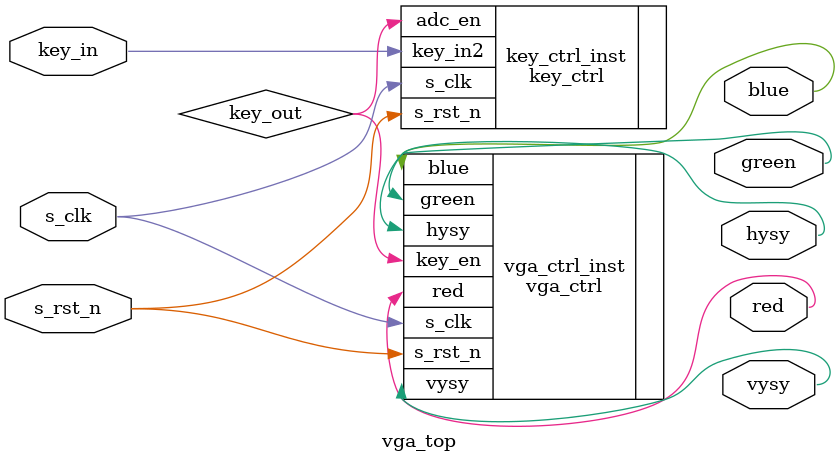
<source format=v>
module vga_top (
input           s_clk           ,
input           s_rst_n         ,
input           key_in          ,
output wire     red             ,
output wire     green           ,
output wire     blue            ,
output wire     hysy            ,
output wire     vysy            

);


wire            key_out         ;         



 key_ctrl key_ctrl_inst(
.s_clk                (s_clk     ),
.s_rst_n              (s_rst_n   ),
.key_in2              (key_in    ),
.adc_en               (key_out   )  
);



vga_ctrl vga_ctrl_inst(
.s_clk                (s_clk     ),
.s_rst_n              (s_rst_n   ),
.key_en               (key_out   ),
//  key_sto              ,    
//  color                ,
.red                  (red       ),
.green                (green     ),
.blue                 (blue      ),
.hysy                 (hysy      ),
.vysy                 (vysy      ) 

);



endmodule

</source>
